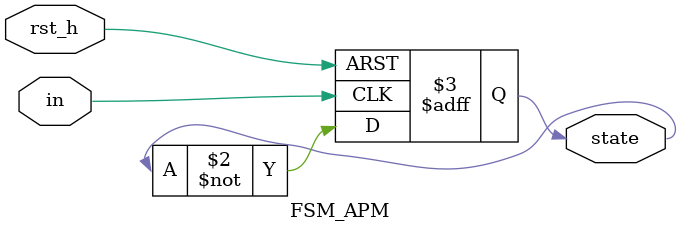
<source format=v>
module FSM_APM(in, rst_h, state);
    input in;
    input rst_h;
    output reg state;
  
    always@(posedge in or posedge rst_h) 
        if (rst_h) state <= 1'b0;
        else state <= ~state;
    
endmodule
</source>
